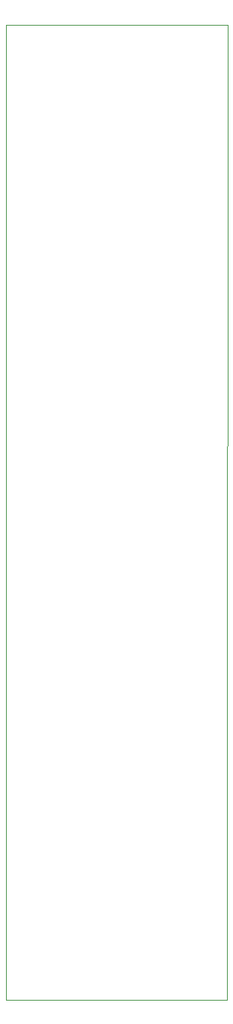
<source format=gbr>
%TF.GenerationSoftware,Altium Limited,Altium Designer,22.2.1 (43)*%
G04 Layer_Color=0*
%FSLAX45Y45*%
%MOMM*%
%TF.SameCoordinates,68419969-02EB-4E78-BB40-8B94D9E39CA8*%
%TF.FilePolarity,Positive*%
%TF.FileFunction,Profile,NP*%
%TF.Part,Single*%
G01*
G75*
%TA.AperFunction,Profile*%
%ADD38C,0.02540*%
D38*
X13347701Y1765300D02*
X15836900D01*
Y7975600D01*
X15849600Y7988300D01*
Y12712700D01*
X13347701D01*
Y7988300D01*
X13347701Y1765300D01*
%TF.MD5,3b254cd49796d4e9dc5e044209951f8d*%
M02*

</source>
